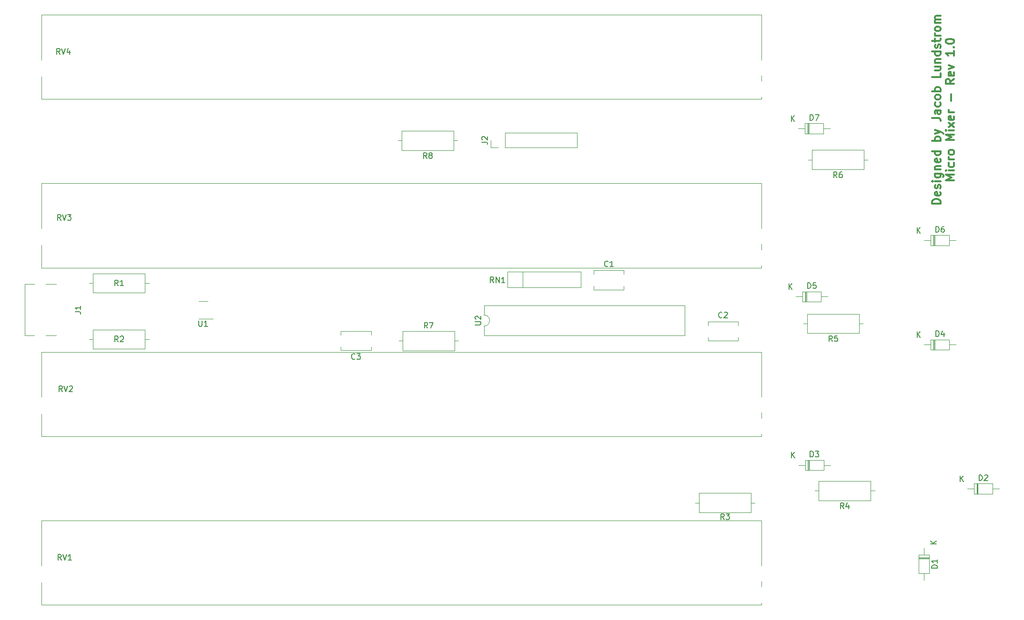
<source format=gbr>
%TF.GenerationSoftware,KiCad,Pcbnew,(6.0.0)*%
%TF.CreationDate,2023-05-21T00:13:47-05:00*%
%TF.ProjectId,micro-mixer-pcb,6d696372-6f2d-46d6-9978-65722d706362,rev?*%
%TF.SameCoordinates,Original*%
%TF.FileFunction,Legend,Top*%
%TF.FilePolarity,Positive*%
%FSLAX46Y46*%
G04 Gerber Fmt 4.6, Leading zero omitted, Abs format (unit mm)*
G04 Created by KiCad (PCBNEW (6.0.0)) date 2023-05-21 00:13:47*
%MOMM*%
%LPD*%
G01*
G04 APERTURE LIST*
%ADD10C,0.300000*%
%ADD11C,0.150000*%
%ADD12C,0.120000*%
G04 APERTURE END LIST*
D10*
X244931071Y-63354285D02*
X243431071Y-63354285D01*
X243431071Y-62997142D01*
X243502500Y-62782857D01*
X243645357Y-62640000D01*
X243788214Y-62568571D01*
X244073928Y-62497142D01*
X244288214Y-62497142D01*
X244573928Y-62568571D01*
X244716785Y-62640000D01*
X244859642Y-62782857D01*
X244931071Y-62997142D01*
X244931071Y-63354285D01*
X244859642Y-61282857D02*
X244931071Y-61425714D01*
X244931071Y-61711428D01*
X244859642Y-61854285D01*
X244716785Y-61925714D01*
X244145357Y-61925714D01*
X244002500Y-61854285D01*
X243931071Y-61711428D01*
X243931071Y-61425714D01*
X244002500Y-61282857D01*
X244145357Y-61211428D01*
X244288214Y-61211428D01*
X244431071Y-61925714D01*
X244859642Y-60640000D02*
X244931071Y-60497142D01*
X244931071Y-60211428D01*
X244859642Y-60068571D01*
X244716785Y-59997142D01*
X244645357Y-59997142D01*
X244502500Y-60068571D01*
X244431071Y-60211428D01*
X244431071Y-60425714D01*
X244359642Y-60568571D01*
X244216785Y-60640000D01*
X244145357Y-60640000D01*
X244002500Y-60568571D01*
X243931071Y-60425714D01*
X243931071Y-60211428D01*
X244002500Y-60068571D01*
X244931071Y-59354285D02*
X243931071Y-59354285D01*
X243431071Y-59354285D02*
X243502500Y-59425714D01*
X243573928Y-59354285D01*
X243502500Y-59282857D01*
X243431071Y-59354285D01*
X243573928Y-59354285D01*
X243931071Y-57997142D02*
X245145357Y-57997142D01*
X245288214Y-58068571D01*
X245359642Y-58140000D01*
X245431071Y-58282857D01*
X245431071Y-58497142D01*
X245359642Y-58640000D01*
X244859642Y-57997142D02*
X244931071Y-58140000D01*
X244931071Y-58425714D01*
X244859642Y-58568571D01*
X244788214Y-58640000D01*
X244645357Y-58711428D01*
X244216785Y-58711428D01*
X244073928Y-58640000D01*
X244002500Y-58568571D01*
X243931071Y-58425714D01*
X243931071Y-58140000D01*
X244002500Y-57997142D01*
X243931071Y-57282857D02*
X244931071Y-57282857D01*
X244073928Y-57282857D02*
X244002500Y-57211428D01*
X243931071Y-57068571D01*
X243931071Y-56854285D01*
X244002500Y-56711428D01*
X244145357Y-56640000D01*
X244931071Y-56640000D01*
X244859642Y-55354285D02*
X244931071Y-55497142D01*
X244931071Y-55782857D01*
X244859642Y-55925714D01*
X244716785Y-55997142D01*
X244145357Y-55997142D01*
X244002500Y-55925714D01*
X243931071Y-55782857D01*
X243931071Y-55497142D01*
X244002500Y-55354285D01*
X244145357Y-55282857D01*
X244288214Y-55282857D01*
X244431071Y-55997142D01*
X244931071Y-53997142D02*
X243431071Y-53997142D01*
X244859642Y-53997142D02*
X244931071Y-54140000D01*
X244931071Y-54425714D01*
X244859642Y-54568571D01*
X244788214Y-54640000D01*
X244645357Y-54711428D01*
X244216785Y-54711428D01*
X244073928Y-54640000D01*
X244002500Y-54568571D01*
X243931071Y-54425714D01*
X243931071Y-54140000D01*
X244002500Y-53997142D01*
X244931071Y-52140000D02*
X243431071Y-52140000D01*
X244002500Y-52140000D02*
X243931071Y-51997142D01*
X243931071Y-51711428D01*
X244002500Y-51568571D01*
X244073928Y-51497142D01*
X244216785Y-51425714D01*
X244645357Y-51425714D01*
X244788214Y-51497142D01*
X244859642Y-51568571D01*
X244931071Y-51711428D01*
X244931071Y-51997142D01*
X244859642Y-52140000D01*
X243931071Y-50925714D02*
X244931071Y-50568571D01*
X243931071Y-50211428D02*
X244931071Y-50568571D01*
X245288214Y-50711428D01*
X245359642Y-50782857D01*
X245431071Y-50925714D01*
X243431071Y-48068571D02*
X244502500Y-48068571D01*
X244716785Y-48140000D01*
X244859642Y-48282857D01*
X244931071Y-48497142D01*
X244931071Y-48640000D01*
X244931071Y-46711428D02*
X244145357Y-46711428D01*
X244002500Y-46782857D01*
X243931071Y-46925714D01*
X243931071Y-47211428D01*
X244002500Y-47354285D01*
X244859642Y-46711428D02*
X244931071Y-46854285D01*
X244931071Y-47211428D01*
X244859642Y-47354285D01*
X244716785Y-47425714D01*
X244573928Y-47425714D01*
X244431071Y-47354285D01*
X244359642Y-47211428D01*
X244359642Y-46854285D01*
X244288214Y-46711428D01*
X244859642Y-45354285D02*
X244931071Y-45497142D01*
X244931071Y-45782857D01*
X244859642Y-45925714D01*
X244788214Y-45997142D01*
X244645357Y-46068571D01*
X244216785Y-46068571D01*
X244073928Y-45997142D01*
X244002500Y-45925714D01*
X243931071Y-45782857D01*
X243931071Y-45497142D01*
X244002500Y-45354285D01*
X244931071Y-44497142D02*
X244859642Y-44640000D01*
X244788214Y-44711428D01*
X244645357Y-44782857D01*
X244216785Y-44782857D01*
X244073928Y-44711428D01*
X244002500Y-44640000D01*
X243931071Y-44497142D01*
X243931071Y-44282857D01*
X244002500Y-44140000D01*
X244073928Y-44068571D01*
X244216785Y-43997142D01*
X244645357Y-43997142D01*
X244788214Y-44068571D01*
X244859642Y-44140000D01*
X244931071Y-44282857D01*
X244931071Y-44497142D01*
X244931071Y-43354285D02*
X243431071Y-43354285D01*
X244002500Y-43354285D02*
X243931071Y-43211428D01*
X243931071Y-42925714D01*
X244002500Y-42782857D01*
X244073928Y-42711428D01*
X244216785Y-42640000D01*
X244645357Y-42640000D01*
X244788214Y-42711428D01*
X244859642Y-42782857D01*
X244931071Y-42925714D01*
X244931071Y-43211428D01*
X244859642Y-43354285D01*
X244931071Y-40140000D02*
X244931071Y-40854285D01*
X243431071Y-40854285D01*
X243931071Y-38997142D02*
X244931071Y-38997142D01*
X243931071Y-39640000D02*
X244716785Y-39640000D01*
X244859642Y-39568571D01*
X244931071Y-39425714D01*
X244931071Y-39211428D01*
X244859642Y-39068571D01*
X244788214Y-38997142D01*
X243931071Y-38282857D02*
X244931071Y-38282857D01*
X244073928Y-38282857D02*
X244002500Y-38211428D01*
X243931071Y-38068571D01*
X243931071Y-37854285D01*
X244002500Y-37711428D01*
X244145357Y-37640000D01*
X244931071Y-37640000D01*
X244931071Y-36282857D02*
X243431071Y-36282857D01*
X244859642Y-36282857D02*
X244931071Y-36425714D01*
X244931071Y-36711428D01*
X244859642Y-36854285D01*
X244788214Y-36925714D01*
X244645357Y-36997142D01*
X244216785Y-36997142D01*
X244073928Y-36925714D01*
X244002500Y-36854285D01*
X243931071Y-36711428D01*
X243931071Y-36425714D01*
X244002500Y-36282857D01*
X244859642Y-35640000D02*
X244931071Y-35497142D01*
X244931071Y-35211428D01*
X244859642Y-35068571D01*
X244716785Y-34997142D01*
X244645357Y-34997142D01*
X244502500Y-35068571D01*
X244431071Y-35211428D01*
X244431071Y-35425714D01*
X244359642Y-35568571D01*
X244216785Y-35640000D01*
X244145357Y-35640000D01*
X244002500Y-35568571D01*
X243931071Y-35425714D01*
X243931071Y-35211428D01*
X244002500Y-35068571D01*
X243931071Y-34568571D02*
X243931071Y-33997142D01*
X243431071Y-34354285D02*
X244716785Y-34354285D01*
X244859642Y-34282857D01*
X244931071Y-34140000D01*
X244931071Y-33997142D01*
X244931071Y-33497142D02*
X243931071Y-33497142D01*
X244216785Y-33497142D02*
X244073928Y-33425714D01*
X244002500Y-33354285D01*
X243931071Y-33211428D01*
X243931071Y-33068571D01*
X244931071Y-32354285D02*
X244859642Y-32497142D01*
X244788214Y-32568571D01*
X244645357Y-32640000D01*
X244216785Y-32640000D01*
X244073928Y-32568571D01*
X244002500Y-32497142D01*
X243931071Y-32354285D01*
X243931071Y-32140000D01*
X244002500Y-31997142D01*
X244073928Y-31925714D01*
X244216785Y-31854285D01*
X244645357Y-31854285D01*
X244788214Y-31925714D01*
X244859642Y-31997142D01*
X244931071Y-32140000D01*
X244931071Y-32354285D01*
X244931071Y-31211428D02*
X243931071Y-31211428D01*
X244073928Y-31211428D02*
X244002500Y-31140000D01*
X243931071Y-30997142D01*
X243931071Y-30782857D01*
X244002500Y-30640000D01*
X244145357Y-30568571D01*
X244931071Y-30568571D01*
X244145357Y-30568571D02*
X244002500Y-30497142D01*
X243931071Y-30354285D01*
X243931071Y-30140000D01*
X244002500Y-29997142D01*
X244145357Y-29925714D01*
X244931071Y-29925714D01*
X247346071Y-59175714D02*
X245846071Y-59175714D01*
X246917500Y-58675714D01*
X245846071Y-58175714D01*
X247346071Y-58175714D01*
X247346071Y-57461428D02*
X246346071Y-57461428D01*
X245846071Y-57461428D02*
X245917500Y-57532857D01*
X245988928Y-57461428D01*
X245917500Y-57390000D01*
X245846071Y-57461428D01*
X245988928Y-57461428D01*
X247274642Y-56104285D02*
X247346071Y-56247142D01*
X247346071Y-56532857D01*
X247274642Y-56675714D01*
X247203214Y-56747142D01*
X247060357Y-56818571D01*
X246631785Y-56818571D01*
X246488928Y-56747142D01*
X246417500Y-56675714D01*
X246346071Y-56532857D01*
X246346071Y-56247142D01*
X246417500Y-56104285D01*
X247346071Y-55461428D02*
X246346071Y-55461428D01*
X246631785Y-55461428D02*
X246488928Y-55390000D01*
X246417500Y-55318571D01*
X246346071Y-55175714D01*
X246346071Y-55032857D01*
X247346071Y-54318571D02*
X247274642Y-54461428D01*
X247203214Y-54532857D01*
X247060357Y-54604285D01*
X246631785Y-54604285D01*
X246488928Y-54532857D01*
X246417500Y-54461428D01*
X246346071Y-54318571D01*
X246346071Y-54104285D01*
X246417500Y-53961428D01*
X246488928Y-53890000D01*
X246631785Y-53818571D01*
X247060357Y-53818571D01*
X247203214Y-53890000D01*
X247274642Y-53961428D01*
X247346071Y-54104285D01*
X247346071Y-54318571D01*
X247346071Y-52032857D02*
X245846071Y-52032857D01*
X246917500Y-51532857D01*
X245846071Y-51032857D01*
X247346071Y-51032857D01*
X247346071Y-50318571D02*
X246346071Y-50318571D01*
X245846071Y-50318571D02*
X245917500Y-50390000D01*
X245988928Y-50318571D01*
X245917500Y-50247142D01*
X245846071Y-50318571D01*
X245988928Y-50318571D01*
X247346071Y-49747142D02*
X246346071Y-48961428D01*
X246346071Y-49747142D02*
X247346071Y-48961428D01*
X247274642Y-47818571D02*
X247346071Y-47961428D01*
X247346071Y-48247142D01*
X247274642Y-48390000D01*
X247131785Y-48461428D01*
X246560357Y-48461428D01*
X246417500Y-48390000D01*
X246346071Y-48247142D01*
X246346071Y-47961428D01*
X246417500Y-47818571D01*
X246560357Y-47747142D01*
X246703214Y-47747142D01*
X246846071Y-48461428D01*
X247346071Y-47104285D02*
X246346071Y-47104285D01*
X246631785Y-47104285D02*
X246488928Y-47032857D01*
X246417500Y-46961428D01*
X246346071Y-46818571D01*
X246346071Y-46675714D01*
X246774642Y-45032857D02*
X246774642Y-43890000D01*
X247346071Y-41175714D02*
X246631785Y-41675714D01*
X247346071Y-42032857D02*
X245846071Y-42032857D01*
X245846071Y-41461428D01*
X245917500Y-41318571D01*
X245988928Y-41247142D01*
X246131785Y-41175714D01*
X246346071Y-41175714D01*
X246488928Y-41247142D01*
X246560357Y-41318571D01*
X246631785Y-41461428D01*
X246631785Y-42032857D01*
X247274642Y-39961428D02*
X247346071Y-40104285D01*
X247346071Y-40390000D01*
X247274642Y-40532857D01*
X247131785Y-40604285D01*
X246560357Y-40604285D01*
X246417500Y-40532857D01*
X246346071Y-40390000D01*
X246346071Y-40104285D01*
X246417500Y-39961428D01*
X246560357Y-39890000D01*
X246703214Y-39890000D01*
X246846071Y-40604285D01*
X246346071Y-39390000D02*
X247346071Y-39032857D01*
X246346071Y-38675714D01*
X247346071Y-36175714D02*
X247346071Y-37032857D01*
X247346071Y-36604285D02*
X245846071Y-36604285D01*
X246060357Y-36747142D01*
X246203214Y-36890000D01*
X246274642Y-37032857D01*
X247203214Y-35532857D02*
X247274642Y-35461428D01*
X247346071Y-35532857D01*
X247274642Y-35604285D01*
X247203214Y-35532857D01*
X247346071Y-35532857D01*
X245846071Y-34532857D02*
X245846071Y-34390000D01*
X245917500Y-34247142D01*
X245988928Y-34175714D01*
X246131785Y-34104285D01*
X246417500Y-34032857D01*
X246774642Y-34032857D01*
X247060357Y-34104285D01*
X247203214Y-34175714D01*
X247274642Y-34247142D01*
X247346071Y-34390000D01*
X247346071Y-34532857D01*
X247274642Y-34675714D01*
X247203214Y-34747142D01*
X247060357Y-34818571D01*
X246774642Y-34890000D01*
X246417500Y-34890000D01*
X246131785Y-34818571D01*
X245988928Y-34747142D01*
X245917500Y-34675714D01*
X245846071Y-34532857D01*
D11*
%TO.C,RN1*%
X165509523Y-77402380D02*
X165176190Y-76926190D01*
X164938095Y-77402380D02*
X164938095Y-76402380D01*
X165319047Y-76402380D01*
X165414285Y-76450000D01*
X165461904Y-76497619D01*
X165509523Y-76592857D01*
X165509523Y-76735714D01*
X165461904Y-76830952D01*
X165414285Y-76878571D01*
X165319047Y-76926190D01*
X164938095Y-76926190D01*
X165938095Y-77402380D02*
X165938095Y-76402380D01*
X166509523Y-77402380D01*
X166509523Y-76402380D01*
X167509523Y-77402380D02*
X166938095Y-77402380D01*
X167223809Y-77402380D02*
X167223809Y-76402380D01*
X167128571Y-76545238D01*
X167033333Y-76640476D01*
X166938095Y-76688095D01*
%TO.C,J1*%
X91157380Y-82574583D02*
X91871666Y-82574583D01*
X92014523Y-82622202D01*
X92109761Y-82717440D01*
X92157380Y-82860297D01*
X92157380Y-82955535D01*
X92157380Y-81574583D02*
X92157380Y-82146011D01*
X92157380Y-81860297D02*
X91157380Y-81860297D01*
X91300238Y-81955535D01*
X91395476Y-82050773D01*
X91443095Y-82146011D01*
%TO.C,R7*%
X153783333Y-85482380D02*
X153450000Y-85006190D01*
X153211904Y-85482380D02*
X153211904Y-84482380D01*
X153592857Y-84482380D01*
X153688095Y-84530000D01*
X153735714Y-84577619D01*
X153783333Y-84672857D01*
X153783333Y-84815714D01*
X153735714Y-84910952D01*
X153688095Y-84958571D01*
X153592857Y-85006190D01*
X153211904Y-85006190D01*
X154116666Y-84482380D02*
X154783333Y-84482380D01*
X154354761Y-85482380D01*
%TO.C,D3*%
X221786904Y-108412380D02*
X221786904Y-107412380D01*
X222025000Y-107412380D01*
X222167857Y-107460000D01*
X222263095Y-107555238D01*
X222310714Y-107650476D01*
X222358333Y-107840952D01*
X222358333Y-107983809D01*
X222310714Y-108174285D01*
X222263095Y-108269523D01*
X222167857Y-108364761D01*
X222025000Y-108412380D01*
X221786904Y-108412380D01*
X222691666Y-107412380D02*
X223310714Y-107412380D01*
X222977380Y-107793333D01*
X223120238Y-107793333D01*
X223215476Y-107840952D01*
X223263095Y-107888571D01*
X223310714Y-107983809D01*
X223310714Y-108221904D01*
X223263095Y-108317142D01*
X223215476Y-108364761D01*
X223120238Y-108412380D01*
X222834523Y-108412380D01*
X222739285Y-108364761D01*
X222691666Y-108317142D01*
X218453095Y-108582380D02*
X218453095Y-107582380D01*
X219024523Y-108582380D02*
X218595952Y-108010952D01*
X219024523Y-107582380D02*
X218453095Y-108153809D01*
%TO.C,C2*%
X206114583Y-83558392D02*
X206066964Y-83606011D01*
X205924107Y-83653630D01*
X205828869Y-83653630D01*
X205686011Y-83606011D01*
X205590773Y-83510773D01*
X205543154Y-83415535D01*
X205495535Y-83225059D01*
X205495535Y-83082202D01*
X205543154Y-82891726D01*
X205590773Y-82796488D01*
X205686011Y-82701250D01*
X205828869Y-82653630D01*
X205924107Y-82653630D01*
X206066964Y-82701250D01*
X206114583Y-82748869D01*
X206495535Y-82748869D02*
X206543154Y-82701250D01*
X206638392Y-82653630D01*
X206876488Y-82653630D01*
X206971726Y-82701250D01*
X207019345Y-82748869D01*
X207066964Y-82844107D01*
X207066964Y-82939345D01*
X207019345Y-83082202D01*
X206447916Y-83653630D01*
X207066964Y-83653630D01*
%TO.C,RV2*%
X88894761Y-96792380D02*
X88561428Y-96316190D01*
X88323333Y-96792380D02*
X88323333Y-95792380D01*
X88704285Y-95792380D01*
X88799523Y-95840000D01*
X88847142Y-95887619D01*
X88894761Y-95982857D01*
X88894761Y-96125714D01*
X88847142Y-96220952D01*
X88799523Y-96268571D01*
X88704285Y-96316190D01*
X88323333Y-96316190D01*
X89180476Y-95792380D02*
X89513809Y-96792380D01*
X89847142Y-95792380D01*
X90132857Y-95887619D02*
X90180476Y-95840000D01*
X90275714Y-95792380D01*
X90513809Y-95792380D01*
X90609047Y-95840000D01*
X90656666Y-95887619D01*
X90704285Y-95982857D01*
X90704285Y-96078095D01*
X90656666Y-96220952D01*
X90085238Y-96792380D01*
X90704285Y-96792380D01*
%TO.C,R1*%
X98799583Y-77942380D02*
X98466250Y-77466190D01*
X98228154Y-77942380D02*
X98228154Y-76942380D01*
X98609107Y-76942380D01*
X98704345Y-76990000D01*
X98751964Y-77037619D01*
X98799583Y-77132857D01*
X98799583Y-77275714D01*
X98751964Y-77370952D01*
X98704345Y-77418571D01*
X98609107Y-77466190D01*
X98228154Y-77466190D01*
X99751964Y-77942380D02*
X99180535Y-77942380D01*
X99466250Y-77942380D02*
X99466250Y-76942380D01*
X99371011Y-77085238D01*
X99275773Y-77180476D01*
X99180535Y-77228095D01*
%TO.C,RV1*%
X88694761Y-126772380D02*
X88361428Y-126296190D01*
X88123333Y-126772380D02*
X88123333Y-125772380D01*
X88504285Y-125772380D01*
X88599523Y-125820000D01*
X88647142Y-125867619D01*
X88694761Y-125962857D01*
X88694761Y-126105714D01*
X88647142Y-126200952D01*
X88599523Y-126248571D01*
X88504285Y-126296190D01*
X88123333Y-126296190D01*
X88980476Y-125772380D02*
X89313809Y-126772380D01*
X89647142Y-125772380D01*
X90504285Y-126772380D02*
X89932857Y-126772380D01*
X90218571Y-126772380D02*
X90218571Y-125772380D01*
X90123333Y-125915238D01*
X90028095Y-126010476D01*
X89932857Y-126058095D01*
%TO.C,R4*%
X227743333Y-117592380D02*
X227410000Y-117116190D01*
X227171904Y-117592380D02*
X227171904Y-116592380D01*
X227552857Y-116592380D01*
X227648095Y-116640000D01*
X227695714Y-116687619D01*
X227743333Y-116782857D01*
X227743333Y-116925714D01*
X227695714Y-117020952D01*
X227648095Y-117068571D01*
X227552857Y-117116190D01*
X227171904Y-117116190D01*
X228600476Y-116925714D02*
X228600476Y-117592380D01*
X228362380Y-116544761D02*
X228124285Y-117259047D01*
X228743333Y-117259047D01*
%TO.C,U2*%
X162257380Y-84898154D02*
X163066904Y-84898154D01*
X163162142Y-84850535D01*
X163209761Y-84802916D01*
X163257380Y-84707678D01*
X163257380Y-84517202D01*
X163209761Y-84421964D01*
X163162142Y-84374345D01*
X163066904Y-84326726D01*
X162257380Y-84326726D01*
X162352619Y-83898154D02*
X162305000Y-83850535D01*
X162257380Y-83755297D01*
X162257380Y-83517202D01*
X162305000Y-83421964D01*
X162352619Y-83374345D01*
X162447857Y-83326726D01*
X162543095Y-83326726D01*
X162685952Y-83374345D01*
X163257380Y-83945773D01*
X163257380Y-83326726D01*
%TO.C,R6*%
X226523333Y-58712380D02*
X226190000Y-58236190D01*
X225951904Y-58712380D02*
X225951904Y-57712380D01*
X226332857Y-57712380D01*
X226428095Y-57760000D01*
X226475714Y-57807619D01*
X226523333Y-57902857D01*
X226523333Y-58045714D01*
X226475714Y-58140952D01*
X226428095Y-58188571D01*
X226332857Y-58236190D01*
X225951904Y-58236190D01*
X227380476Y-57712380D02*
X227190000Y-57712380D01*
X227094761Y-57760000D01*
X227047142Y-57807619D01*
X226951904Y-57950476D01*
X226904285Y-58140952D01*
X226904285Y-58521904D01*
X226951904Y-58617142D01*
X226999523Y-58664761D01*
X227094761Y-58712380D01*
X227285238Y-58712380D01*
X227380476Y-58664761D01*
X227428095Y-58617142D01*
X227475714Y-58521904D01*
X227475714Y-58283809D01*
X227428095Y-58188571D01*
X227380476Y-58140952D01*
X227285238Y-58093333D01*
X227094761Y-58093333D01*
X226999523Y-58140952D01*
X226951904Y-58188571D01*
X226904285Y-58283809D01*
%TO.C,R3*%
X206473333Y-119532380D02*
X206140000Y-119056190D01*
X205901904Y-119532380D02*
X205901904Y-118532380D01*
X206282857Y-118532380D01*
X206378095Y-118580000D01*
X206425714Y-118627619D01*
X206473333Y-118722857D01*
X206473333Y-118865714D01*
X206425714Y-118960952D01*
X206378095Y-119008571D01*
X206282857Y-119056190D01*
X205901904Y-119056190D01*
X206806666Y-118532380D02*
X207425714Y-118532380D01*
X207092380Y-118913333D01*
X207235238Y-118913333D01*
X207330476Y-118960952D01*
X207378095Y-119008571D01*
X207425714Y-119103809D01*
X207425714Y-119341904D01*
X207378095Y-119437142D01*
X207330476Y-119484761D01*
X207235238Y-119532380D01*
X206949523Y-119532380D01*
X206854285Y-119484761D01*
X206806666Y-119437142D01*
%TO.C,J2*%
X163442380Y-52393333D02*
X164156666Y-52393333D01*
X164299523Y-52440952D01*
X164394761Y-52536190D01*
X164442380Y-52679047D01*
X164442380Y-52774285D01*
X163537619Y-51964761D02*
X163490000Y-51917142D01*
X163442380Y-51821904D01*
X163442380Y-51583809D01*
X163490000Y-51488571D01*
X163537619Y-51440952D01*
X163632857Y-51393333D01*
X163728095Y-51393333D01*
X163870952Y-51440952D01*
X164442380Y-52012380D01*
X164442380Y-51393333D01*
%TO.C,C1*%
X185833333Y-74457142D02*
X185785714Y-74504761D01*
X185642857Y-74552380D01*
X185547619Y-74552380D01*
X185404761Y-74504761D01*
X185309523Y-74409523D01*
X185261904Y-74314285D01*
X185214285Y-74123809D01*
X185214285Y-73980952D01*
X185261904Y-73790476D01*
X185309523Y-73695238D01*
X185404761Y-73600000D01*
X185547619Y-73552380D01*
X185642857Y-73552380D01*
X185785714Y-73600000D01*
X185833333Y-73647619D01*
X186785714Y-74552380D02*
X186214285Y-74552380D01*
X186500000Y-74552380D02*
X186500000Y-73552380D01*
X186404761Y-73695238D01*
X186309523Y-73790476D01*
X186214285Y-73838095D01*
%TO.C,R8*%
X153643333Y-55292380D02*
X153310000Y-54816190D01*
X153071904Y-55292380D02*
X153071904Y-54292380D01*
X153452857Y-54292380D01*
X153548095Y-54340000D01*
X153595714Y-54387619D01*
X153643333Y-54482857D01*
X153643333Y-54625714D01*
X153595714Y-54720952D01*
X153548095Y-54768571D01*
X153452857Y-54816190D01*
X153071904Y-54816190D01*
X154214761Y-54720952D02*
X154119523Y-54673333D01*
X154071904Y-54625714D01*
X154024285Y-54530476D01*
X154024285Y-54482857D01*
X154071904Y-54387619D01*
X154119523Y-54340000D01*
X154214761Y-54292380D01*
X154405238Y-54292380D01*
X154500476Y-54340000D01*
X154548095Y-54387619D01*
X154595714Y-54482857D01*
X154595714Y-54530476D01*
X154548095Y-54625714D01*
X154500476Y-54673333D01*
X154405238Y-54720952D01*
X154214761Y-54720952D01*
X154119523Y-54768571D01*
X154071904Y-54816190D01*
X154024285Y-54911428D01*
X154024285Y-55101904D01*
X154071904Y-55197142D01*
X154119523Y-55244761D01*
X154214761Y-55292380D01*
X154405238Y-55292380D01*
X154500476Y-55244761D01*
X154548095Y-55197142D01*
X154595714Y-55101904D01*
X154595714Y-54911428D01*
X154548095Y-54816190D01*
X154500476Y-54768571D01*
X154405238Y-54720952D01*
%TO.C,RV3*%
X88614761Y-66282380D02*
X88281428Y-65806190D01*
X88043333Y-66282380D02*
X88043333Y-65282380D01*
X88424285Y-65282380D01*
X88519523Y-65330000D01*
X88567142Y-65377619D01*
X88614761Y-65472857D01*
X88614761Y-65615714D01*
X88567142Y-65710952D01*
X88519523Y-65758571D01*
X88424285Y-65806190D01*
X88043333Y-65806190D01*
X88900476Y-65282380D02*
X89233809Y-66282380D01*
X89567142Y-65282380D01*
X89805238Y-65282380D02*
X90424285Y-65282380D01*
X90090952Y-65663333D01*
X90233809Y-65663333D01*
X90329047Y-65710952D01*
X90376666Y-65758571D01*
X90424285Y-65853809D01*
X90424285Y-66091904D01*
X90376666Y-66187142D01*
X90329047Y-66234761D01*
X90233809Y-66282380D01*
X89948095Y-66282380D01*
X89852857Y-66234761D01*
X89805238Y-66187142D01*
%TO.C,RV4*%
X88474761Y-36742380D02*
X88141428Y-36266190D01*
X87903333Y-36742380D02*
X87903333Y-35742380D01*
X88284285Y-35742380D01*
X88379523Y-35790000D01*
X88427142Y-35837619D01*
X88474761Y-35932857D01*
X88474761Y-36075714D01*
X88427142Y-36170952D01*
X88379523Y-36218571D01*
X88284285Y-36266190D01*
X87903333Y-36266190D01*
X88760476Y-35742380D02*
X89093809Y-36742380D01*
X89427142Y-35742380D01*
X90189047Y-36075714D02*
X90189047Y-36742380D01*
X89950952Y-35694761D02*
X89712857Y-36409047D01*
X90331904Y-36409047D01*
%TO.C,R2*%
X98803333Y-87922380D02*
X98470000Y-87446190D01*
X98231904Y-87922380D02*
X98231904Y-86922380D01*
X98612857Y-86922380D01*
X98708095Y-86970000D01*
X98755714Y-87017619D01*
X98803333Y-87112857D01*
X98803333Y-87255714D01*
X98755714Y-87350952D01*
X98708095Y-87398571D01*
X98612857Y-87446190D01*
X98231904Y-87446190D01*
X99184285Y-87017619D02*
X99231904Y-86970000D01*
X99327142Y-86922380D01*
X99565238Y-86922380D01*
X99660476Y-86970000D01*
X99708095Y-87017619D01*
X99755714Y-87112857D01*
X99755714Y-87208095D01*
X99708095Y-87350952D01*
X99136666Y-87922380D01*
X99755714Y-87922380D01*
%TO.C,D2*%
X251786904Y-112622380D02*
X251786904Y-111622380D01*
X252025000Y-111622380D01*
X252167857Y-111670000D01*
X252263095Y-111765238D01*
X252310714Y-111860476D01*
X252358333Y-112050952D01*
X252358333Y-112193809D01*
X252310714Y-112384285D01*
X252263095Y-112479523D01*
X252167857Y-112574761D01*
X252025000Y-112622380D01*
X251786904Y-112622380D01*
X252739285Y-111717619D02*
X252786904Y-111670000D01*
X252882142Y-111622380D01*
X253120238Y-111622380D01*
X253215476Y-111670000D01*
X253263095Y-111717619D01*
X253310714Y-111812857D01*
X253310714Y-111908095D01*
X253263095Y-112050952D01*
X252691666Y-112622380D01*
X253310714Y-112622380D01*
X248453095Y-112792380D02*
X248453095Y-111792380D01*
X249024523Y-112792380D02*
X248595952Y-112220952D01*
X249024523Y-111792380D02*
X248453095Y-112363809D01*
%TO.C,U1*%
X113138095Y-84152380D02*
X113138095Y-84961904D01*
X113185714Y-85057142D01*
X113233333Y-85104761D01*
X113328571Y-85152380D01*
X113519047Y-85152380D01*
X113614285Y-85104761D01*
X113661904Y-85057142D01*
X113709523Y-84961904D01*
X113709523Y-84152380D01*
X114709523Y-85152380D02*
X114138095Y-85152380D01*
X114423809Y-85152380D02*
X114423809Y-84152380D01*
X114328571Y-84295238D01*
X114233333Y-84390476D01*
X114138095Y-84438095D01*
%TO.C,D5*%
X221321904Y-78422380D02*
X221321904Y-77422380D01*
X221560000Y-77422380D01*
X221702857Y-77470000D01*
X221798095Y-77565238D01*
X221845714Y-77660476D01*
X221893333Y-77850952D01*
X221893333Y-77993809D01*
X221845714Y-78184285D01*
X221798095Y-78279523D01*
X221702857Y-78374761D01*
X221560000Y-78422380D01*
X221321904Y-78422380D01*
X222798095Y-77422380D02*
X222321904Y-77422380D01*
X222274285Y-77898571D01*
X222321904Y-77850952D01*
X222417142Y-77803333D01*
X222655238Y-77803333D01*
X222750476Y-77850952D01*
X222798095Y-77898571D01*
X222845714Y-77993809D01*
X222845714Y-78231904D01*
X222798095Y-78327142D01*
X222750476Y-78374761D01*
X222655238Y-78422380D01*
X222417142Y-78422380D01*
X222321904Y-78374761D01*
X222274285Y-78327142D01*
X217988095Y-78592380D02*
X217988095Y-77592380D01*
X218559523Y-78592380D02*
X218130952Y-78020952D01*
X218559523Y-77592380D02*
X217988095Y-78163809D01*
%TO.C,D6*%
X244101904Y-68422380D02*
X244101904Y-67422380D01*
X244340000Y-67422380D01*
X244482857Y-67470000D01*
X244578095Y-67565238D01*
X244625714Y-67660476D01*
X244673333Y-67850952D01*
X244673333Y-67993809D01*
X244625714Y-68184285D01*
X244578095Y-68279523D01*
X244482857Y-68374761D01*
X244340000Y-68422380D01*
X244101904Y-68422380D01*
X245530476Y-67422380D02*
X245340000Y-67422380D01*
X245244761Y-67470000D01*
X245197142Y-67517619D01*
X245101904Y-67660476D01*
X245054285Y-67850952D01*
X245054285Y-68231904D01*
X245101904Y-68327142D01*
X245149523Y-68374761D01*
X245244761Y-68422380D01*
X245435238Y-68422380D01*
X245530476Y-68374761D01*
X245578095Y-68327142D01*
X245625714Y-68231904D01*
X245625714Y-67993809D01*
X245578095Y-67898571D01*
X245530476Y-67850952D01*
X245435238Y-67803333D01*
X245244761Y-67803333D01*
X245149523Y-67850952D01*
X245101904Y-67898571D01*
X245054285Y-67993809D01*
X240768095Y-68592380D02*
X240768095Y-67592380D01*
X241339523Y-68592380D02*
X240910952Y-68020952D01*
X241339523Y-67592380D02*
X240768095Y-68163809D01*
%TO.C,C3*%
X140893333Y-90947142D02*
X140845714Y-90994761D01*
X140702857Y-91042380D01*
X140607619Y-91042380D01*
X140464761Y-90994761D01*
X140369523Y-90899523D01*
X140321904Y-90804285D01*
X140274285Y-90613809D01*
X140274285Y-90470952D01*
X140321904Y-90280476D01*
X140369523Y-90185238D01*
X140464761Y-90090000D01*
X140607619Y-90042380D01*
X140702857Y-90042380D01*
X140845714Y-90090000D01*
X140893333Y-90137619D01*
X141226666Y-90042380D02*
X141845714Y-90042380D01*
X141512380Y-90423333D01*
X141655238Y-90423333D01*
X141750476Y-90470952D01*
X141798095Y-90518571D01*
X141845714Y-90613809D01*
X141845714Y-90851904D01*
X141798095Y-90947142D01*
X141750476Y-90994761D01*
X141655238Y-91042380D01*
X141369523Y-91042380D01*
X141274285Y-90994761D01*
X141226666Y-90947142D01*
%TO.C,D7*%
X221741904Y-48502380D02*
X221741904Y-47502380D01*
X221980000Y-47502380D01*
X222122857Y-47550000D01*
X222218095Y-47645238D01*
X222265714Y-47740476D01*
X222313333Y-47930952D01*
X222313333Y-48073809D01*
X222265714Y-48264285D01*
X222218095Y-48359523D01*
X222122857Y-48454761D01*
X221980000Y-48502380D01*
X221741904Y-48502380D01*
X222646666Y-47502380D02*
X223313333Y-47502380D01*
X222884761Y-48502380D01*
X218408095Y-48672380D02*
X218408095Y-47672380D01*
X218979523Y-48672380D02*
X218550952Y-48100952D01*
X218979523Y-47672380D02*
X218408095Y-48243809D01*
%TO.C,D4*%
X244101904Y-86982380D02*
X244101904Y-85982380D01*
X244340000Y-85982380D01*
X244482857Y-86030000D01*
X244578095Y-86125238D01*
X244625714Y-86220476D01*
X244673333Y-86410952D01*
X244673333Y-86553809D01*
X244625714Y-86744285D01*
X244578095Y-86839523D01*
X244482857Y-86934761D01*
X244340000Y-86982380D01*
X244101904Y-86982380D01*
X245530476Y-86315714D02*
X245530476Y-86982380D01*
X245292380Y-85934761D02*
X245054285Y-86649047D01*
X245673333Y-86649047D01*
X240768095Y-87152380D02*
X240768095Y-86152380D01*
X241339523Y-87152380D02*
X240910952Y-86580952D01*
X241339523Y-86152380D02*
X240768095Y-86723809D01*
%TO.C,R5*%
X225683333Y-87842380D02*
X225350000Y-87366190D01*
X225111904Y-87842380D02*
X225111904Y-86842380D01*
X225492857Y-86842380D01*
X225588095Y-86890000D01*
X225635714Y-86937619D01*
X225683333Y-87032857D01*
X225683333Y-87175714D01*
X225635714Y-87270952D01*
X225588095Y-87318571D01*
X225492857Y-87366190D01*
X225111904Y-87366190D01*
X226588095Y-86842380D02*
X226111904Y-86842380D01*
X226064285Y-87318571D01*
X226111904Y-87270952D01*
X226207142Y-87223333D01*
X226445238Y-87223333D01*
X226540476Y-87270952D01*
X226588095Y-87318571D01*
X226635714Y-87413809D01*
X226635714Y-87651904D01*
X226588095Y-87747142D01*
X226540476Y-87794761D01*
X226445238Y-87842380D01*
X226207142Y-87842380D01*
X226111904Y-87794761D01*
X226064285Y-87747142D01*
%TO.C,D1*%
X244362380Y-128203095D02*
X243362380Y-128203095D01*
X243362380Y-127965000D01*
X243410000Y-127822142D01*
X243505238Y-127726904D01*
X243600476Y-127679285D01*
X243790952Y-127631666D01*
X243933809Y-127631666D01*
X244124285Y-127679285D01*
X244219523Y-127726904D01*
X244314761Y-127822142D01*
X244362380Y-127965000D01*
X244362380Y-128203095D01*
X244362380Y-126679285D02*
X244362380Y-127250714D01*
X244362380Y-126965000D02*
X243362380Y-126965000D01*
X243505238Y-127060238D01*
X243600476Y-127155476D01*
X243648095Y-127250714D01*
X244192380Y-123916904D02*
X243192380Y-123916904D01*
X244192380Y-123345476D02*
X243620952Y-123774047D01*
X243192380Y-123345476D02*
X243763809Y-123916904D01*
D12*
%TO.C,RN1*%
X167970000Y-75430000D02*
X167970000Y-78230000D01*
X167970000Y-78230000D02*
X181010000Y-78230000D01*
X181010000Y-78230000D02*
X181010000Y-75430000D01*
X181010000Y-75430000D02*
X167970000Y-75430000D01*
X170680000Y-75430000D02*
X170680000Y-78230000D01*
%TO.C,J1*%
X87840000Y-77661250D02*
X85920000Y-77661250D01*
X85920000Y-86821250D02*
X87840000Y-86821250D01*
X83910000Y-86821250D02*
X82205000Y-86821250D01*
X82205000Y-77661250D02*
X83910000Y-77661250D01*
X82205000Y-86821250D02*
X82205000Y-77661250D01*
%TO.C,R7*%
X148640000Y-87750000D02*
X149330000Y-87750000D01*
X158570000Y-86030000D02*
X149330000Y-86030000D01*
X149330000Y-89470000D02*
X158570000Y-89470000D01*
X159260000Y-87750000D02*
X158570000Y-87750000D01*
X149330000Y-86030000D02*
X149330000Y-89470000D01*
X158570000Y-89470000D02*
X158570000Y-86030000D01*
%TO.C,D3*%
X224165000Y-110800000D02*
X224165000Y-108960000D01*
X224165000Y-108960000D02*
X220885000Y-108960000D01*
X221341000Y-108960000D02*
X221341000Y-110800000D01*
X220885000Y-108960000D02*
X220885000Y-110800000D01*
X219705000Y-109880000D02*
X220885000Y-109880000D01*
X221461000Y-108960000D02*
X221461000Y-110800000D01*
X221581000Y-108960000D02*
X221581000Y-110800000D01*
X225345000Y-109880000D02*
X224165000Y-109880000D01*
X220885000Y-110800000D02*
X224165000Y-110800000D01*
%TO.C,C2*%
X203611250Y-84330250D02*
X203611250Y-84996250D01*
X208951250Y-84330250D02*
X208951250Y-84996250D01*
X203611250Y-87106250D02*
X203611250Y-87772250D01*
X203611250Y-84330250D02*
X208951250Y-84330250D01*
X203611250Y-87772250D02*
X208951250Y-87772250D01*
X208951250Y-87106250D02*
X208951250Y-87772250D01*
%TO.C,RV2*%
X85145000Y-89741250D02*
X213145000Y-89741250D01*
X85145000Y-89741250D02*
X85145000Y-97741250D01*
X213145000Y-100541250D02*
X213145000Y-101541250D01*
X85145000Y-104741250D02*
X213145000Y-104741250D01*
X213145000Y-104741250D02*
X213145000Y-104341250D01*
X85145000Y-104741250D02*
X85145000Y-100741250D01*
X213145000Y-89741250D02*
X213145000Y-97741250D01*
%TO.C,R1*%
X103586250Y-79198750D02*
X103586250Y-75758750D01*
X94346250Y-79198750D02*
X103586250Y-79198750D01*
X104276250Y-77478750D02*
X103586250Y-77478750D01*
X103586250Y-75758750D02*
X94346250Y-75758750D01*
X93656250Y-77478750D02*
X94346250Y-77478750D01*
X94346250Y-75758750D02*
X94346250Y-79198750D01*
%TO.C,RV1*%
X213145000Y-130541250D02*
X213145000Y-131541250D01*
X213145000Y-119741250D02*
X213145000Y-127741250D01*
X85145000Y-119741250D02*
X213145000Y-119741250D01*
X85145000Y-134741250D02*
X85145000Y-130741250D01*
X213145000Y-134741250D02*
X213145000Y-134341250D01*
X85145000Y-119741250D02*
X85145000Y-127741250D01*
X85145000Y-134741250D02*
X213145000Y-134741250D01*
%TO.C,R4*%
X232530000Y-112700000D02*
X223290000Y-112700000D01*
X223290000Y-112700000D02*
X223290000Y-116140000D01*
X233220000Y-114420000D02*
X232530000Y-114420000D01*
X232530000Y-116140000D02*
X232530000Y-112700000D01*
X222600000Y-114420000D02*
X223290000Y-114420000D01*
X223290000Y-116140000D02*
X232530000Y-116140000D01*
%TO.C,U2*%
X199485000Y-81486250D02*
X163805000Y-81486250D01*
X163805000Y-86786250D02*
X199485000Y-86786250D01*
X163805000Y-85136250D02*
X163805000Y-86786250D01*
X199485000Y-86786250D02*
X199485000Y-81486250D01*
X163805000Y-81486250D02*
X163805000Y-83136250D01*
X163805000Y-85136250D02*
G75*
G03*
X163805000Y-83136250I0J1000000D01*
G01*
%TO.C,R6*%
X222070000Y-57260000D02*
X231310000Y-57260000D01*
X232000000Y-55540000D02*
X231310000Y-55540000D01*
X222070000Y-53820000D02*
X222070000Y-57260000D01*
X231310000Y-53820000D02*
X222070000Y-53820000D01*
X231310000Y-57260000D02*
X231310000Y-53820000D01*
X221380000Y-55540000D02*
X222070000Y-55540000D01*
%TO.C,R3*%
X202020000Y-114850000D02*
X202020000Y-118290000D01*
X201330000Y-116570000D02*
X202020000Y-116570000D01*
X211260000Y-118290000D02*
X211260000Y-114850000D01*
X211950000Y-116570000D02*
X211260000Y-116570000D01*
X202020000Y-118290000D02*
X211260000Y-118290000D01*
X211260000Y-114850000D02*
X202020000Y-114850000D01*
%TO.C,J2*%
X167590000Y-50730000D02*
X180350000Y-50730000D01*
X167590000Y-53390000D02*
X180350000Y-53390000D01*
X167590000Y-53390000D02*
X167590000Y-50730000D01*
X180350000Y-53390000D02*
X180350000Y-50730000D01*
X164990000Y-53390000D02*
X164990000Y-52060000D01*
X166320000Y-53390000D02*
X164990000Y-53390000D01*
%TO.C,C1*%
X183330000Y-78005000D02*
X183330000Y-78671000D01*
X183330000Y-75229000D02*
X183330000Y-75895000D01*
X183330000Y-75229000D02*
X188670000Y-75229000D01*
X183330000Y-78671000D02*
X188670000Y-78671000D01*
X188670000Y-78005000D02*
X188670000Y-78671000D01*
X188670000Y-75229000D02*
X188670000Y-75895000D01*
%TO.C,R8*%
X158430000Y-53840000D02*
X158430000Y-50400000D01*
X148500000Y-52120000D02*
X149190000Y-52120000D01*
X149190000Y-50400000D02*
X149190000Y-53840000D01*
X159120000Y-52120000D02*
X158430000Y-52120000D01*
X158430000Y-50400000D02*
X149190000Y-50400000D01*
X149190000Y-53840000D02*
X158430000Y-53840000D01*
%TO.C,RV3*%
X213145000Y-59741250D02*
X213145000Y-67741250D01*
X213145000Y-74741250D02*
X213145000Y-74341250D01*
X85145000Y-74741250D02*
X213145000Y-74741250D01*
X85145000Y-59741250D02*
X213145000Y-59741250D01*
X85145000Y-59741250D02*
X85145000Y-67741250D01*
X85145000Y-74741250D02*
X85145000Y-70741250D01*
X213145000Y-70541250D02*
X213145000Y-71541250D01*
%TO.C,RV4*%
X85145000Y-29741250D02*
X213145000Y-29741250D01*
X213145000Y-40541250D02*
X213145000Y-41541250D01*
X213145000Y-29741250D02*
X213145000Y-37741250D01*
X85145000Y-29741250D02*
X85145000Y-37741250D01*
X85145000Y-44741250D02*
X85145000Y-40741250D01*
X85145000Y-44741250D02*
X213145000Y-44741250D01*
X213145000Y-44741250D02*
X213145000Y-44341250D01*
%TO.C,R2*%
X94346250Y-89200000D02*
X103586250Y-89200000D01*
X93656250Y-87480000D02*
X94346250Y-87480000D01*
X103586250Y-85760000D02*
X94346250Y-85760000D01*
X104276250Y-87480000D02*
X103586250Y-87480000D01*
X94346250Y-85760000D02*
X94346250Y-89200000D01*
X103586250Y-89200000D02*
X103586250Y-85760000D01*
%TO.C,D2*%
X255345000Y-114090000D02*
X254165000Y-114090000D01*
X249705000Y-114090000D02*
X250885000Y-114090000D01*
X251581000Y-113170000D02*
X251581000Y-115010000D01*
X251341000Y-113170000D02*
X251341000Y-115010000D01*
X250885000Y-115010000D02*
X254165000Y-115010000D01*
X254165000Y-115010000D02*
X254165000Y-113170000D01*
X254165000Y-113170000D02*
X250885000Y-113170000D01*
X251461000Y-113170000D02*
X251461000Y-115010000D01*
X250885000Y-113170000D02*
X250885000Y-115010000D01*
%TO.C,U1*%
X113900000Y-83860000D02*
X113100000Y-83860000D01*
X113900000Y-80740000D02*
X114700000Y-80740000D01*
X113900000Y-83860000D02*
X115700000Y-83860000D01*
X113900000Y-80740000D02*
X113100000Y-80740000D01*
%TO.C,D5*%
X220420000Y-80810000D02*
X223700000Y-80810000D01*
X220876000Y-78970000D02*
X220876000Y-80810000D01*
X219240000Y-79890000D02*
X220420000Y-79890000D01*
X223700000Y-80810000D02*
X223700000Y-78970000D01*
X220996000Y-78970000D02*
X220996000Y-80810000D01*
X224880000Y-79890000D02*
X223700000Y-79890000D01*
X221116000Y-78970000D02*
X221116000Y-80810000D01*
X220420000Y-78970000D02*
X220420000Y-80810000D01*
X223700000Y-78970000D02*
X220420000Y-78970000D01*
%TO.C,D6*%
X242020000Y-69890000D02*
X243200000Y-69890000D01*
X243200000Y-70810000D02*
X246480000Y-70810000D01*
X243656000Y-68970000D02*
X243656000Y-70810000D01*
X246480000Y-68970000D02*
X243200000Y-68970000D01*
X243200000Y-68970000D02*
X243200000Y-70810000D01*
X246480000Y-70810000D02*
X246480000Y-68970000D01*
X243896000Y-68970000D02*
X243896000Y-70810000D01*
X243776000Y-68970000D02*
X243776000Y-70810000D01*
X247660000Y-69890000D02*
X246480000Y-69890000D01*
%TO.C,C3*%
X143730000Y-86685000D02*
X143730000Y-86019000D01*
X138390000Y-89461000D02*
X138390000Y-88795000D01*
X138390000Y-86685000D02*
X138390000Y-86019000D01*
X143730000Y-89461000D02*
X138390000Y-89461000D01*
X143730000Y-86019000D02*
X138390000Y-86019000D01*
X143730000Y-89461000D02*
X143730000Y-88795000D01*
%TO.C,D7*%
X221296000Y-49050000D02*
X221296000Y-50890000D01*
X220840000Y-49050000D02*
X220840000Y-50890000D01*
X224120000Y-49050000D02*
X220840000Y-49050000D01*
X224120000Y-50890000D02*
X224120000Y-49050000D01*
X219660000Y-49970000D02*
X220840000Y-49970000D01*
X225300000Y-49970000D02*
X224120000Y-49970000D01*
X221536000Y-49050000D02*
X221536000Y-50890000D01*
X221416000Y-49050000D02*
X221416000Y-50890000D01*
X220840000Y-50890000D02*
X224120000Y-50890000D01*
%TO.C,D4*%
X247660000Y-88450000D02*
X246480000Y-88450000D01*
X243200000Y-87530000D02*
X243200000Y-89370000D01*
X243896000Y-87530000D02*
X243896000Y-89370000D01*
X243656000Y-87530000D02*
X243656000Y-89370000D01*
X242020000Y-88450000D02*
X243200000Y-88450000D01*
X243776000Y-87530000D02*
X243776000Y-89370000D01*
X246480000Y-89370000D02*
X246480000Y-87530000D01*
X246480000Y-87530000D02*
X243200000Y-87530000D01*
X243200000Y-89370000D02*
X246480000Y-89370000D01*
%TO.C,R5*%
X221230000Y-86390000D02*
X230470000Y-86390000D01*
X230470000Y-82950000D02*
X221230000Y-82950000D01*
X230470000Y-86390000D02*
X230470000Y-82950000D01*
X231160000Y-84670000D02*
X230470000Y-84670000D01*
X220540000Y-84670000D02*
X221230000Y-84670000D01*
X221230000Y-82950000D02*
X221230000Y-86390000D01*
%TO.C,D1*%
X242910000Y-129105000D02*
X242910000Y-125825000D01*
X241990000Y-130285000D02*
X241990000Y-129105000D01*
X242910000Y-126281000D02*
X241070000Y-126281000D01*
X242910000Y-126401000D02*
X241070000Y-126401000D01*
X242910000Y-126521000D02*
X241070000Y-126521000D01*
X241070000Y-129105000D02*
X242910000Y-129105000D01*
X241070000Y-125825000D02*
X241070000Y-129105000D01*
X242910000Y-125825000D02*
X241070000Y-125825000D01*
X241990000Y-124645000D02*
X241990000Y-125825000D01*
%TD*%
M02*

</source>
